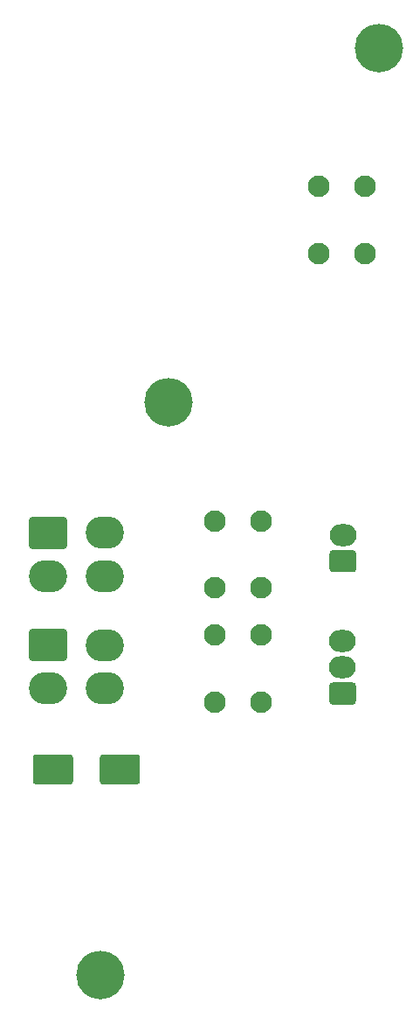
<source format=gbr>
G04 #@! TF.GenerationSoftware,KiCad,Pcbnew,(5.1.12-1-10_14)*
G04 #@! TF.CreationDate,2021-11-27T17:32:02+11:00*
G04 #@! TF.ProjectId,MasterModePushbuttonV2,4d617374-6572-44d6-9f64-655075736862,rev?*
G04 #@! TF.SameCoordinates,Original*
G04 #@! TF.FileFunction,Soldermask,Bot*
G04 #@! TF.FilePolarity,Negative*
%FSLAX46Y46*%
G04 Gerber Fmt 4.6, Leading zero omitted, Abs format (unit mm)*
G04 Created by KiCad (PCBNEW (5.1.12-1-10_14)) date 2021-11-27 17:32:02*
%MOMM*%
%LPD*%
G01*
G04 APERTURE LIST*
%ADD10C,2.100000*%
%ADD11C,4.700000*%
%ADD12O,2.590000X2.140000*%
%ADD13O,3.700000X3.100000*%
G04 APERTURE END LIST*
D10*
X223448380Y-104118580D03*
X223448380Y-110618580D03*
X218948380Y-104118580D03*
X218948380Y-110618580D03*
X223448380Y-93069580D03*
X223448380Y-99569580D03*
X218948380Y-93069580D03*
X218948380Y-99569580D03*
X229036380Y-67161580D03*
X229036380Y-60661580D03*
X233536380Y-67161580D03*
X233536380Y-60661580D03*
D11*
X207904880Y-137079580D03*
X214494880Y-81629580D03*
X234874880Y-47339580D03*
D12*
X231360480Y-104715480D03*
X231360480Y-107255480D03*
G36*
G01*
X232348010Y-110865480D02*
X230372950Y-110865480D01*
G75*
G02*
X230065480Y-110558010I0J307470D01*
G01*
X230065480Y-109032950D01*
G75*
G02*
X230372950Y-108725480I307470J0D01*
G01*
X232348010Y-108725480D01*
G75*
G02*
X232655480Y-109032950I0J-307470D01*
G01*
X232655480Y-110558010D01*
G75*
G02*
X232348010Y-110865480I-307470J0D01*
G01*
G37*
G36*
G01*
X207820480Y-118307000D02*
X207820480Y-115987000D01*
G75*
G02*
X208110480Y-115697000I290000J0D01*
G01*
X211430480Y-115697000D01*
G75*
G02*
X211720480Y-115987000I0J-290000D01*
G01*
X211720480Y-118307000D01*
G75*
G02*
X211430480Y-118597000I-290000J0D01*
G01*
X208110480Y-118597000D01*
G75*
G02*
X207820480Y-118307000I0J290000D01*
G01*
G37*
G36*
G01*
X201320480Y-118307000D02*
X201320480Y-115987000D01*
G75*
G02*
X201610480Y-115697000I290000J0D01*
G01*
X204930480Y-115697000D01*
G75*
G02*
X205220480Y-115987000I0J-290000D01*
G01*
X205220480Y-118307000D01*
G75*
G02*
X204930480Y-118597000I-290000J0D01*
G01*
X201610480Y-118597000D01*
G75*
G02*
X201320480Y-118307000I0J290000D01*
G01*
G37*
X231394880Y-94449580D03*
G36*
G01*
X232382410Y-98059580D02*
X230407350Y-98059580D01*
G75*
G02*
X230099880Y-97752110I0J307470D01*
G01*
X230099880Y-96227050D01*
G75*
G02*
X230407350Y-95919580I307470J0D01*
G01*
X232382410Y-95919580D01*
G75*
G02*
X232689880Y-96227050I0J-307470D01*
G01*
X232689880Y-97752110D01*
G75*
G02*
X232382410Y-98059580I-307470J0D01*
G01*
G37*
D13*
X208296000Y-98447500D03*
X208296000Y-94247500D03*
X202796000Y-98447500D03*
G36*
G01*
X201234300Y-92697500D02*
X204357700Y-92697500D01*
G75*
G02*
X204646000Y-92985800I0J-288300D01*
G01*
X204646000Y-95509200D01*
G75*
G02*
X204357700Y-95797500I-288300J0D01*
G01*
X201234300Y-95797500D01*
G75*
G02*
X200946000Y-95509200I0J288300D01*
G01*
X200946000Y-92985800D01*
G75*
G02*
X201234300Y-92697500I288300J0D01*
G01*
G37*
X208296000Y-109297000D03*
X208296000Y-105097000D03*
X202796000Y-109297000D03*
G36*
G01*
X201234300Y-103547000D02*
X204357700Y-103547000D01*
G75*
G02*
X204646000Y-103835300I0J-288300D01*
G01*
X204646000Y-106358700D01*
G75*
G02*
X204357700Y-106647000I-288300J0D01*
G01*
X201234300Y-106647000D01*
G75*
G02*
X200946000Y-106358700I0J288300D01*
G01*
X200946000Y-103835300D01*
G75*
G02*
X201234300Y-103547000I288300J0D01*
G01*
G37*
M02*

</source>
